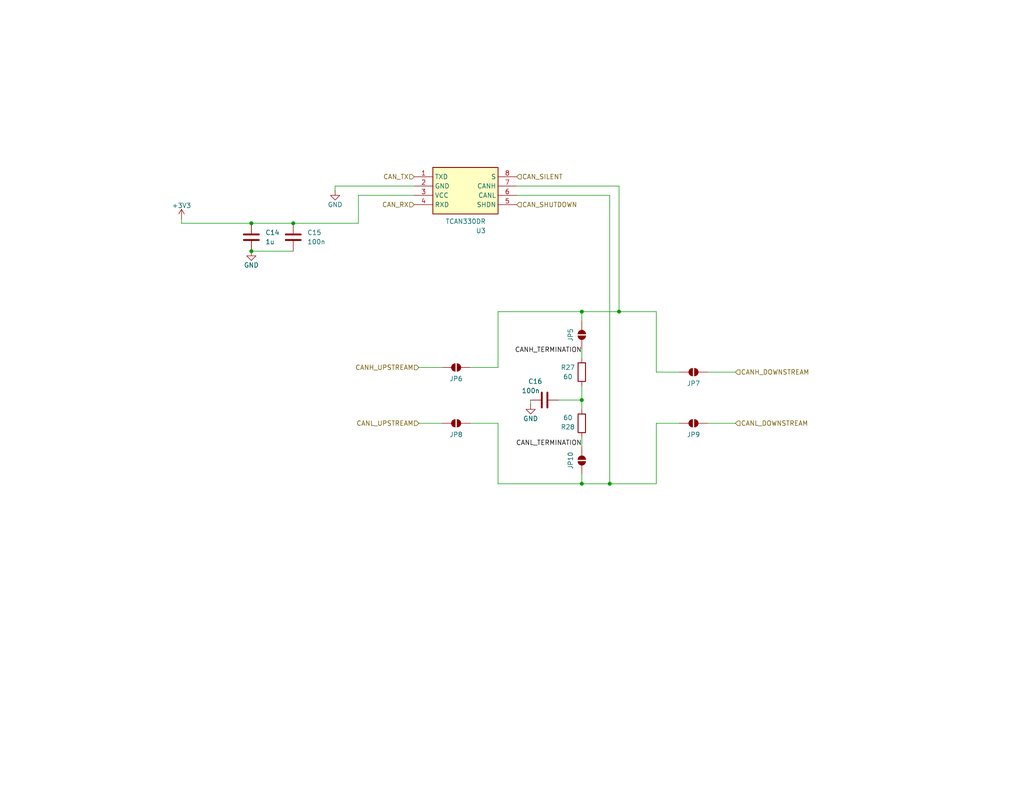
<source format=kicad_sch>
(kicad_sch (version 20231120) (generator "eeschema") (generator_version "8.0")
  (paper "USLetter")
  (title_block (title "1s3p Battery Board") (date "2025-02-12") (rev "${PCB_VERSION}") (company "TVSC"))
  (lib_symbols
    (symbol "Device:C" (pin_numbers hide) (pin_names (offset 0.254))
      (property "Reference" "C" (at 0.635 2.54 0))
      (property "Value" "C" (at 0.635 -2.54 0))
      (symbol "C_0_1"
        (polyline (pts (xy -2.032 -0.762) (xy 2.032 -0.762)) (stroke (width 0.508)))
        (polyline (pts (xy -2.032 0.762) (xy 2.032 0.762)) (stroke (width 0.508)))
      )
      (symbol "C_1_1"
        (pin passive line (at 0 3.81 270) (length 2.794) (name "~") (number "1"))
        (pin passive line (at 0 -3.81 90) (length 2.794) (name "~") (number "2"))
      )
    )
    (symbol "Device:R" (pin_numbers hide) (pin_names (offset 0))
      (property "Reference" "R" (at 2.032 0 90))
      (property "Value" "R" (at 0 0 90))
      (symbol "R_0_1"
        (rectangle (start -1.016 -2.54) (end 1.016 2.54) (stroke (width 0.254)))
      )
      (symbol "R_1_1"
        (pin passive line (at 0 3.81 270) (length 1.27) (name "~") (number "1"))
        (pin passive line (at 0 -3.81 90) (length 1.27) (name "~") (number "2"))
      )
    )
    (symbol "Jumper:SolderJumper_2_Open" (pin_numbers hide) (pin_names (offset 0) hide) (exclude_from_sim yes) (in_bom no)
      (property "Reference" "JP" (at 0 2.032 0))
      (property "Value" "SolderJumper_2_Open" (at 0 -2.54 0))
      (symbol "SolderJumper_2_Open_0_1"
        (arc (start -0.254 1.016) (mid -1.2656 0) (end -0.254 -1.016))
        (arc (start -0.254 1.016) (mid -1.2656 0) (end -0.254 -1.016) (fill (type outline)))
        (polyline (pts (xy -0.254 1.016) (xy -0.254 -1.016)))
        (polyline (pts (xy 0.254 1.016) (xy 0.254 -1.016)))
        (arc (start 0.254 -1.016) (mid 1.2656 0) (end 0.254 1.016))
        (arc (start 0.254 -1.016) (mid 1.2656 0) (end 0.254 1.016) (fill (type outline)))
      )
      (symbol "SolderJumper_2_Open_1_1"
        (pin passive line (at -3.81 0 0) (length 2.54) (name "A") (number "1"))
        (pin passive line (at 3.81 0 180) (length 2.54) (name "B") (number "2"))
      )
    )
    (symbol "TVSC:TCAN330DR"
      (property "Reference" "U" (at 24.13 7.62 0))
      (property "Value" "TCAN330DR" (at 24.13 5.08 0))
      (symbol "TCAN330DR_1_1"
        (rectangle (start 5.08 2.54) (end 22.86 -10.16) (stroke (width 0.254)) (fill (type background)))
        (pin passive line (at 0 0 0) (length 5.08) (name "TXD") (number "1"))
        (pin passive line (at 0 -2.54 0) (length 5.08) (name "GND") (number "2"))
        (pin passive line (at 0 -5.08 0) (length 5.08) (name "VCC") (number "3"))
        (pin passive line (at 0 -7.62 0) (length 5.08) (name "RXD") (number "4"))
        (pin passive line (at 27.94 -7.62 180) (length 5.08) (name "SHDN") (number "5"))
        (pin passive line (at 27.94 -5.08 180) (length 5.08) (name "CANL") (number "6"))
        (pin passive line (at 27.94 -2.54 180) (length 5.08) (name "CANH") (number "7"))
        (pin passive line (at 27.94 0 180) (length 5.08) (name "S") (number "8"))
      )
    )
    (symbol "power:+3V3" (power) (pin_numbers hide) (pin_names (offset 0) hide)
      (property "Value" "+3V3" (at 0 3.556 0))
      (symbol "+3V3_0_1"
        (polyline (pts (xy -0.762 1.27) (xy 0 2.54)))
        (polyline (pts (xy 0 0) (xy 0 2.54)))
        (polyline (pts (xy 0 2.54) (xy 0.762 1.27)))
      )
      (symbol "+3V3_1_1"
        (pin power_in line (at 0 0 90) (length 0) (name "~") (number "1"))
      )
    )
    (symbol "power:GND" (power) (pin_numbers hide) (pin_names (offset 0) hide)
      (property "Value" "GND" (at 0 -3.81 0))
      (symbol "GND_0_1"
        (polyline (pts (xy 0 0) (xy 0 -1.27) (xy 1.27 -1.27) (xy 0 -2.54) (xy -1.27 -1.27) (xy 0 -1.27)))
      )
      (symbol "GND_1_1"
        (pin power_in line (at 0 0 270) (length 0) (name "~") (number "1"))
      )
    )
  )
  (junction (at 158.75 85.09))
  (junction (at 158.75 132.08))
  (junction (at 158.75 109.22))
  (junction (at 166.37 132.08))
  (junction (at 80.01 60.96))
  (junction (at 168.91 85.09))
  (junction (at 68.58 60.96))
  (junction (at 68.58 68.58))
  (wire (pts (xy 140.97 50.8) (xy 168.91 50.8)))
  (wire (pts (xy 152.4 109.22) (xy 158.75 109.22)))
  (wire (pts (xy 49.53 59.69) (xy 49.53 60.96)))
  (wire (pts (xy 144.78 109.22) (xy 144.78 110.49)))
  (wire (pts (xy 135.89 115.57) (xy 135.89 132.08)))
  (wire (pts (xy 135.89 132.08) (xy 158.75 132.08)))
  (wire (pts (xy 80.01 60.96) (xy 97.79 60.96)))
  (wire (pts (xy 158.75 132.08) (xy 166.37 132.08)))
  (wire (pts (xy 158.75 85.09) (xy 168.91 85.09)))
  (wire (pts (xy 135.89 100.33) (xy 135.89 85.09)))
  (wire (pts (xy 114.3 100.33) (xy 120.65 100.33)))
  (wire (pts (xy 113.03 50.8) (xy 91.44 50.8)))
  (wire (pts (xy 179.07 115.57) (xy 179.07 132.08)))
  (wire (pts (xy 179.07 115.57) (xy 185.42 115.57)))
  (wire (pts (xy 68.58 60.96) (xy 80.01 60.96)))
  (wire (pts (xy 158.75 119.38) (xy 158.75 121.92)))
  (wire (pts (xy 193.04 101.6) (xy 200.66 101.6)))
  (wire (pts (xy 179.07 101.6) (xy 179.07 85.09)))
  (wire (pts (xy 158.75 109.22) (xy 158.75 111.76)))
  (wire (pts (xy 179.07 101.6) (xy 185.42 101.6)))
  (wire (pts (xy 97.79 53.34) (xy 113.03 53.34)))
  (wire (pts (xy 166.37 132.08) (xy 179.07 132.08)))
  (wire (pts (xy 158.75 95.25) (xy 158.75 97.79)))
  (wire (pts (xy 91.44 50.8) (xy 91.44 52.07)))
  (wire (pts (xy 158.75 109.22) (xy 158.75 105.41)))
  (wire (pts (xy 80.01 68.58) (xy 68.58 68.58)))
  (wire (pts (xy 128.27 100.33) (xy 135.89 100.33)))
  (wire (pts (xy 135.89 85.09) (xy 158.75 85.09)))
  (wire (pts (xy 158.75 129.54) (xy 158.75 132.08)))
  (wire (pts (xy 168.91 85.09) (xy 179.07 85.09)))
  (wire (pts (xy 128.27 115.57) (xy 135.89 115.57)))
  (wire (pts (xy 166.37 53.34) (xy 166.37 132.08)))
  (wire (pts (xy 140.97 53.34) (xy 166.37 53.34)))
  (wire (pts (xy 49.53 60.96) (xy 68.58 60.96)))
  (wire (pts (xy 168.91 50.8) (xy 168.91 85.09)))
  (wire (pts (xy 97.79 60.96) (xy 97.79 53.34)))
  (wire (pts (xy 158.75 85.09) (xy 158.75 87.63)))
  (wire (pts (xy 193.04 115.57) (xy 200.66 115.57)))
  (wire (pts (xy 114.3 115.57) (xy 120.65 115.57)))
  (label "CANL_TERMINATION" (at 158.75 121.92 180))
  (label "CANH_TERMINATION" (at 158.75 96.52 180))
  (hierarchical_label "CANL_UPSTREAM" (shape input) (at 114.3 115.57 180))
  (hierarchical_label "CAN_TX" (shape input) (at 113.03 48.26 180))
  (hierarchical_label "CAN_RX" (shape input) (at 113.03 55.88 180))
  (hierarchical_label "CAN_SHUTDOWN" (shape input) (at 140.97 55.88 0))
  (hierarchical_label "CANH_DOWNSTREAM" (shape input) (at 200.66 101.6 0))
  (hierarchical_label "CANL_DOWNSTREAM" (shape input) (at 200.66 115.57 0))
  (hierarchical_label "CAN_SILENT" (shape input) (at 140.97 48.26 0))
  (hierarchical_label "CANH_UPSTREAM" (shape input) (at 114.3 100.33 180))
  (symbol (lib_id "Jumper:SolderJumper_2_Open") (at 189.23 101.6 0) (unit 1) (exclude_from_sim yes) (in_bom no)
    (property "Reference" "JP7" (at 189.23 105.41 0) (effects (justify bottom)))
    (property "Value" "SolderJumper_2_Open" (effects (hide yes)))
    (property "Description" "Solder Jumper, 2-pole, open" (effects (hide yes)))
  )
  (symbol (lib_id "Device:C") (at 148.59 109.22 90) (mirror x) (unit 1)
    (property "Reference" "C16" (at 146.05 104.14 90))
    (property "Value" "100n" (at 147.32 106.68 90) (effects (justify left)))
    (property "Footprint" "footprints:Nondescript_C_0402_1005Metric" (effects (hide yes)))
    (property "Description" "Unpolarized capacitor" (effects (hide yes)))
  )
  (symbol (lib_id "TVSC:TCAN330DR") (at 113.03 48.26 0) (unit 1)
    (property "Reference" "U3" (at 132.588 62.992 0) (effects (justify right)))
    (property "Value" "TCAN330DR" (at 132.588 60.452 0) (effects (justify right)))
    (property "Footprint" "footprints:SOIC127P600X175-8N" (effects (hide yes)))
    (property "Datasheet" "http://www.ti.com/lit/gpn/TCAN330" (effects (hide yes)))
    (property "Description" "3.3-V CAN Transceivers" (effects (hide yes)))
    (property "Manufacturer" "Texas Instruments" (effects (hide yes)))
    (property "Manufacturer Part Number" "TCAN330DR" (effects (hide yes)))
    (property "MPN" "C2652876" (effects (hide yes)))
    (property "Height" "1.75" (effects (hide yes)))
    (property "Manufacturer" "Texas Instruments" (effects (hide yes)))
    (property "Manufacturer Part Number" "TCAN330DR" (effects (hide yes)))
  )
  (symbol (lib_id "Jumper:SolderJumper_2_Open") (at 124.46 100.33 0) (unit 1) (exclude_from_sim yes) (in_bom no)
    (property "Reference" "JP6" (at 124.46 104.14 0) (effects (justify bottom)))
    (property "Value" "SolderJumper_2_Open" (effects (hide yes)))
    (property "Description" "Solder Jumper, 2-pole, open" (effects (hide yes)))
  )
  (symbol (lib_id "Device:R") (at 158.75 115.57 0) (mirror y) (unit 1)
    (property "Reference" "R28" (at 154.94 116.586 0))
    (property "Value" "60" (at 154.94 114.046 0))
    (property "Description" "Resistor" (effects (hide yes)))
  )
  (symbol (lib_id "power:GND") (at 91.44 52.07 0) (unit 1)
    (property "Reference" "#PWR037" (effects (hide yes)))
    (property "Value" "GND" (at 91.44 55.88 0))
    (property "Description" "Power symbol creates a global label with name \"GND\" , ground" (effects (hide yes)))
  )
  (symbol (lib_id "Jumper:SolderJumper_2_Open") (at 158.75 91.44 270) (unit 1) (exclude_from_sim yes) (in_bom no)
    (property "Reference" "JP5" (at 154.94 91.44 0) (effects (justify bottom)))
    (property "Value" "SolderJumper_2_Open" (effects (hide yes)))
    (property "Description" "Solder Jumper, 2-pole, open" (effects (hide yes)))
  )
  (symbol (lib_id "power:GND") (at 68.58 68.58 0) (unit 1)
    (property "Reference" "#PWR039" (effects (hide yes)))
    (property "Value" "GND" (at 68.58 72.39 0))
    (property "Description" "Power symbol creates a global label with name \"GND\" , ground" (effects (hide yes)))
  )
  (symbol (lib_id "power:GND") (at 144.78 110.49 0) (mirror y) (unit 1)
    (property "Reference" "#PWR040" (effects (hide yes)))
    (property "Value" "GND" (at 144.78 114.3 0))
    (property "Description" "Power symbol creates a global label with name \"GND\" , ground" (effects (hide yes)))
  )
  (symbol (lib_id "Jumper:SolderJumper_2_Open") (at 158.75 125.73 270) (unit 1) (exclude_from_sim yes) (in_bom no)
    (property "Reference" "JP10" (at 154.94 125.73 0) (effects (justify bottom)))
    (property "Value" "SolderJumper_2_Open" (effects (hide yes)))
    (property "Description" "Solder Jumper, 2-pole, open" (effects (hide yes)))
  )
  (symbol (lib_id "power:+3V3") (at 49.53 59.69 0) (unit 1)
    (property "Reference" "#PWR038" (effects (hide yes)))
    (property "Value" "+3V3" (at 49.53 56.134 0))
    (property "Description" "Power symbol creates a global label with name \"+3V3\"" (effects (hide yes)))
  )
  (symbol (lib_id "Jumper:SolderJumper_2_Open") (at 124.46 115.57 0) (unit 1) (exclude_from_sim yes) (in_bom no)
    (property "Reference" "JP8" (at 124.46 119.38 0) (effects (justify bottom)))
    (property "Value" "SolderJumper_2_Open" (effects (hide yes)))
    (property "Description" "Solder Jumper, 2-pole, open" (effects (hide yes)))
  )
  (symbol (lib_id "Jumper:SolderJumper_2_Open") (at 189.23 115.57 0) (unit 1) (exclude_from_sim yes) (in_bom no)
    (property "Reference" "JP9" (at 189.23 119.38 0) (effects (justify bottom)))
    (property "Value" "SolderJumper_2_Open" (effects (hide yes)))
    (property "Description" "Solder Jumper, 2-pole, open" (effects (hide yes)))
  )
  (symbol (lib_id "Device:C") (at 80.01 64.77 0) (unit 1)
    (property "Reference" "C15" (at 83.82 63.4999 0) (effects (justify left)))
    (property "Value" "100n" (at 83.82 66.0399 0) (effects (justify left)))
    (property "Footprint" "footprints:Nondescript_C_0402_1005Metric" (effects (hide yes)))
    (property "Description" "Unpolarized capacitor" (effects (hide yes)))
  )
  (symbol (lib_id "Device:R") (at 158.75 101.6 0) (mirror y) (unit 1)
    (property "Reference" "R27" (at 154.94 100.33 0))
    (property "Value" "60" (at 154.94 102.87 0))
    (property "Description" "Resistor" (effects (hide yes)))
  )
  (symbol (lib_id "Device:C") (at 68.58 64.77 0) (unit 1)
    (property "Reference" "C14" (at 72.39 63.4999 0) (effects (justify left)))
    (property "Value" "1u" (at 72.39 66.0399 0) (effects (justify left)))
    (property "Footprint" "footprints:Nondescript_C_0402_1005Metric" (effects (hide yes)))
    (property "Description" "Unpolarized capacitor" (effects (hide yes)))
  )
)
</source>
